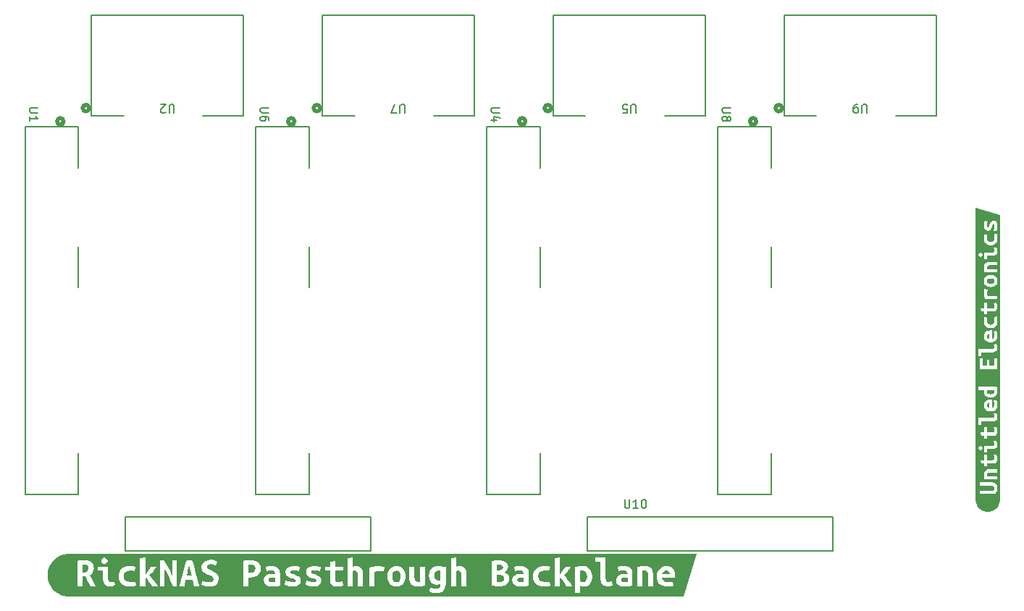
<source format=gbr>
%TF.GenerationSoftware,KiCad,Pcbnew,8.0.7*%
%TF.CreationDate,2025-02-18T10:18:35-06:00*%
%TF.ProjectId,RickNAS_4PortSATA,5269636b-4e41-4535-9f34-506f72745341,rev?*%
%TF.SameCoordinates,Original*%
%TF.FileFunction,Legend,Top*%
%TF.FilePolarity,Positive*%
%FSLAX46Y46*%
G04 Gerber Fmt 4.6, Leading zero omitted, Abs format (unit mm)*
G04 Created by KiCad (PCBNEW 8.0.7) date 2025-02-18 10:18:35*
%MOMM*%
%LPD*%
G01*
G04 APERTURE LIST*
%ADD10C,0.150000*%
%ADD11C,0.000000*%
%ADD12C,0.152400*%
%ADD13C,0.508000*%
G04 APERTURE END LIST*
D10*
X174145180Y-85138095D02*
X173335657Y-85138095D01*
X173335657Y-85138095D02*
X173240419Y-85185714D01*
X173240419Y-85185714D02*
X173192800Y-85233333D01*
X173192800Y-85233333D02*
X173145180Y-85328571D01*
X173145180Y-85328571D02*
X173145180Y-85519047D01*
X173145180Y-85519047D02*
X173192800Y-85614285D01*
X173192800Y-85614285D02*
X173240419Y-85661904D01*
X173240419Y-85661904D02*
X173335657Y-85709523D01*
X173335657Y-85709523D02*
X174145180Y-85709523D01*
X173716609Y-86328571D02*
X173764228Y-86233333D01*
X173764228Y-86233333D02*
X173811847Y-86185714D01*
X173811847Y-86185714D02*
X173907085Y-86138095D01*
X173907085Y-86138095D02*
X173954704Y-86138095D01*
X173954704Y-86138095D02*
X174049942Y-86185714D01*
X174049942Y-86185714D02*
X174097561Y-86233333D01*
X174097561Y-86233333D02*
X174145180Y-86328571D01*
X174145180Y-86328571D02*
X174145180Y-86519047D01*
X174145180Y-86519047D02*
X174097561Y-86614285D01*
X174097561Y-86614285D02*
X174049942Y-86661904D01*
X174049942Y-86661904D02*
X173954704Y-86709523D01*
X173954704Y-86709523D02*
X173907085Y-86709523D01*
X173907085Y-86709523D02*
X173811847Y-86661904D01*
X173811847Y-86661904D02*
X173764228Y-86614285D01*
X173764228Y-86614285D02*
X173716609Y-86519047D01*
X173716609Y-86519047D02*
X173716609Y-86328571D01*
X173716609Y-86328571D02*
X173668990Y-86233333D01*
X173668990Y-86233333D02*
X173621371Y-86185714D01*
X173621371Y-86185714D02*
X173526133Y-86138095D01*
X173526133Y-86138095D02*
X173335657Y-86138095D01*
X173335657Y-86138095D02*
X173240419Y-86185714D01*
X173240419Y-86185714D02*
X173192800Y-86233333D01*
X173192800Y-86233333D02*
X173145180Y-86328571D01*
X173145180Y-86328571D02*
X173145180Y-86519047D01*
X173145180Y-86519047D02*
X173192800Y-86614285D01*
X173192800Y-86614285D02*
X173240419Y-86661904D01*
X173240419Y-86661904D02*
X173335657Y-86709523D01*
X173335657Y-86709523D02*
X173526133Y-86709523D01*
X173526133Y-86709523D02*
X173621371Y-86661904D01*
X173621371Y-86661904D02*
X173668990Y-86614285D01*
X173668990Y-86614285D02*
X173716609Y-86519047D01*
X190061904Y-85723679D02*
X190061904Y-84914156D01*
X190061904Y-84914156D02*
X190014285Y-84818918D01*
X190014285Y-84818918D02*
X189966666Y-84771299D01*
X189966666Y-84771299D02*
X189871428Y-84723679D01*
X189871428Y-84723679D02*
X189680952Y-84723679D01*
X189680952Y-84723679D02*
X189585714Y-84771299D01*
X189585714Y-84771299D02*
X189538095Y-84818918D01*
X189538095Y-84818918D02*
X189490476Y-84914156D01*
X189490476Y-84914156D02*
X189490476Y-85723679D01*
X188966666Y-84723679D02*
X188776190Y-84723679D01*
X188776190Y-84723679D02*
X188680952Y-84771299D01*
X188680952Y-84771299D02*
X188633333Y-84818918D01*
X188633333Y-84818918D02*
X188538095Y-84961775D01*
X188538095Y-84961775D02*
X188490476Y-85152251D01*
X188490476Y-85152251D02*
X188490476Y-85533203D01*
X188490476Y-85533203D02*
X188538095Y-85628441D01*
X188538095Y-85628441D02*
X188585714Y-85676060D01*
X188585714Y-85676060D02*
X188680952Y-85723679D01*
X188680952Y-85723679D02*
X188871428Y-85723679D01*
X188871428Y-85723679D02*
X188966666Y-85676060D01*
X188966666Y-85676060D02*
X189014285Y-85628441D01*
X189014285Y-85628441D02*
X189061904Y-85533203D01*
X189061904Y-85533203D02*
X189061904Y-85295108D01*
X189061904Y-85295108D02*
X189014285Y-85199870D01*
X189014285Y-85199870D02*
X188966666Y-85152251D01*
X188966666Y-85152251D02*
X188871428Y-85104632D01*
X188871428Y-85104632D02*
X188680952Y-85104632D01*
X188680952Y-85104632D02*
X188585714Y-85152251D01*
X188585714Y-85152251D02*
X188538095Y-85199870D01*
X188538095Y-85199870D02*
X188490476Y-85295108D01*
X163061904Y-85723679D02*
X163061904Y-84914156D01*
X163061904Y-84914156D02*
X163014285Y-84818918D01*
X163014285Y-84818918D02*
X162966666Y-84771299D01*
X162966666Y-84771299D02*
X162871428Y-84723679D01*
X162871428Y-84723679D02*
X162680952Y-84723679D01*
X162680952Y-84723679D02*
X162585714Y-84771299D01*
X162585714Y-84771299D02*
X162538095Y-84818918D01*
X162538095Y-84818918D02*
X162490476Y-84914156D01*
X162490476Y-84914156D02*
X162490476Y-85723679D01*
X161538095Y-85723679D02*
X162014285Y-85723679D01*
X162014285Y-85723679D02*
X162061904Y-85247489D01*
X162061904Y-85247489D02*
X162014285Y-85295108D01*
X162014285Y-85295108D02*
X161919047Y-85342727D01*
X161919047Y-85342727D02*
X161680952Y-85342727D01*
X161680952Y-85342727D02*
X161585714Y-85295108D01*
X161585714Y-85295108D02*
X161538095Y-85247489D01*
X161538095Y-85247489D02*
X161490476Y-85152251D01*
X161490476Y-85152251D02*
X161490476Y-84914156D01*
X161490476Y-84914156D02*
X161538095Y-84818918D01*
X161538095Y-84818918D02*
X161585714Y-84771299D01*
X161585714Y-84771299D02*
X161680952Y-84723679D01*
X161680952Y-84723679D02*
X161919047Y-84723679D01*
X161919047Y-84723679D02*
X162014285Y-84771299D01*
X162014285Y-84771299D02*
X162061904Y-84818918D01*
X147145180Y-85138095D02*
X146335657Y-85138095D01*
X146335657Y-85138095D02*
X146240419Y-85185714D01*
X146240419Y-85185714D02*
X146192800Y-85233333D01*
X146192800Y-85233333D02*
X146145180Y-85328571D01*
X146145180Y-85328571D02*
X146145180Y-85519047D01*
X146145180Y-85519047D02*
X146192800Y-85614285D01*
X146192800Y-85614285D02*
X146240419Y-85661904D01*
X146240419Y-85661904D02*
X146335657Y-85709523D01*
X146335657Y-85709523D02*
X147145180Y-85709523D01*
X146811847Y-86614285D02*
X146145180Y-86614285D01*
X147192800Y-86376190D02*
X146478514Y-86138095D01*
X146478514Y-86138095D02*
X146478514Y-86757142D01*
X136061904Y-85723679D02*
X136061904Y-84914156D01*
X136061904Y-84914156D02*
X136014285Y-84818918D01*
X136014285Y-84818918D02*
X135966666Y-84771299D01*
X135966666Y-84771299D02*
X135871428Y-84723679D01*
X135871428Y-84723679D02*
X135680952Y-84723679D01*
X135680952Y-84723679D02*
X135585714Y-84771299D01*
X135585714Y-84771299D02*
X135538095Y-84818918D01*
X135538095Y-84818918D02*
X135490476Y-84914156D01*
X135490476Y-84914156D02*
X135490476Y-85723679D01*
X135109523Y-85723679D02*
X134442857Y-85723679D01*
X134442857Y-85723679D02*
X134871428Y-84723679D01*
X120145180Y-85138095D02*
X119335657Y-85138095D01*
X119335657Y-85138095D02*
X119240419Y-85185714D01*
X119240419Y-85185714D02*
X119192800Y-85233333D01*
X119192800Y-85233333D02*
X119145180Y-85328571D01*
X119145180Y-85328571D02*
X119145180Y-85519047D01*
X119145180Y-85519047D02*
X119192800Y-85614285D01*
X119192800Y-85614285D02*
X119240419Y-85661904D01*
X119240419Y-85661904D02*
X119335657Y-85709523D01*
X119335657Y-85709523D02*
X120145180Y-85709523D01*
X120145180Y-86614285D02*
X120145180Y-86423809D01*
X120145180Y-86423809D02*
X120097561Y-86328571D01*
X120097561Y-86328571D02*
X120049942Y-86280952D01*
X120049942Y-86280952D02*
X119907085Y-86185714D01*
X119907085Y-86185714D02*
X119716609Y-86138095D01*
X119716609Y-86138095D02*
X119335657Y-86138095D01*
X119335657Y-86138095D02*
X119240419Y-86185714D01*
X119240419Y-86185714D02*
X119192800Y-86233333D01*
X119192800Y-86233333D02*
X119145180Y-86328571D01*
X119145180Y-86328571D02*
X119145180Y-86519047D01*
X119145180Y-86519047D02*
X119192800Y-86614285D01*
X119192800Y-86614285D02*
X119240419Y-86661904D01*
X119240419Y-86661904D02*
X119335657Y-86709523D01*
X119335657Y-86709523D02*
X119573752Y-86709523D01*
X119573752Y-86709523D02*
X119668990Y-86661904D01*
X119668990Y-86661904D02*
X119716609Y-86614285D01*
X119716609Y-86614285D02*
X119764228Y-86519047D01*
X119764228Y-86519047D02*
X119764228Y-86328571D01*
X119764228Y-86328571D02*
X119716609Y-86233333D01*
X119716609Y-86233333D02*
X119668990Y-86185714D01*
X119668990Y-86185714D02*
X119573752Y-86138095D01*
X93145180Y-85138095D02*
X92335657Y-85138095D01*
X92335657Y-85138095D02*
X92240419Y-85185714D01*
X92240419Y-85185714D02*
X92192800Y-85233333D01*
X92192800Y-85233333D02*
X92145180Y-85328571D01*
X92145180Y-85328571D02*
X92145180Y-85519047D01*
X92145180Y-85519047D02*
X92192800Y-85614285D01*
X92192800Y-85614285D02*
X92240419Y-85661904D01*
X92240419Y-85661904D02*
X92335657Y-85709523D01*
X92335657Y-85709523D02*
X93145180Y-85709523D01*
X92145180Y-86709523D02*
X92145180Y-86138095D01*
X92145180Y-86423809D02*
X93145180Y-86423809D01*
X93145180Y-86423809D02*
X93002323Y-86328571D01*
X93002323Y-86328571D02*
X92907085Y-86233333D01*
X92907085Y-86233333D02*
X92859466Y-86138095D01*
X161741905Y-130954819D02*
X161741905Y-131764342D01*
X161741905Y-131764342D02*
X161789524Y-131859580D01*
X161789524Y-131859580D02*
X161837143Y-131907200D01*
X161837143Y-131907200D02*
X161932381Y-131954819D01*
X161932381Y-131954819D02*
X162122857Y-131954819D01*
X162122857Y-131954819D02*
X162218095Y-131907200D01*
X162218095Y-131907200D02*
X162265714Y-131859580D01*
X162265714Y-131859580D02*
X162313333Y-131764342D01*
X162313333Y-131764342D02*
X162313333Y-130954819D01*
X163313333Y-131954819D02*
X162741905Y-131954819D01*
X163027619Y-131954819D02*
X163027619Y-130954819D01*
X163027619Y-130954819D02*
X162932381Y-131097676D01*
X162932381Y-131097676D02*
X162837143Y-131192914D01*
X162837143Y-131192914D02*
X162741905Y-131240533D01*
X163932381Y-130954819D02*
X164027619Y-130954819D01*
X164027619Y-130954819D02*
X164122857Y-131002438D01*
X164122857Y-131002438D02*
X164170476Y-131050057D01*
X164170476Y-131050057D02*
X164218095Y-131145295D01*
X164218095Y-131145295D02*
X164265714Y-131335771D01*
X164265714Y-131335771D02*
X164265714Y-131573866D01*
X164265714Y-131573866D02*
X164218095Y-131764342D01*
X164218095Y-131764342D02*
X164170476Y-131859580D01*
X164170476Y-131859580D02*
X164122857Y-131907200D01*
X164122857Y-131907200D02*
X164027619Y-131954819D01*
X164027619Y-131954819D02*
X163932381Y-131954819D01*
X163932381Y-131954819D02*
X163837143Y-131907200D01*
X163837143Y-131907200D02*
X163789524Y-131859580D01*
X163789524Y-131859580D02*
X163741905Y-131764342D01*
X163741905Y-131764342D02*
X163694286Y-131573866D01*
X163694286Y-131573866D02*
X163694286Y-131335771D01*
X163694286Y-131335771D02*
X163741905Y-131145295D01*
X163741905Y-131145295D02*
X163789524Y-131050057D01*
X163789524Y-131050057D02*
X163837143Y-131002438D01*
X163837143Y-131002438D02*
X163932381Y-130954819D01*
X109061904Y-85723679D02*
X109061904Y-84914156D01*
X109061904Y-84914156D02*
X109014285Y-84818918D01*
X109014285Y-84818918D02*
X108966666Y-84771299D01*
X108966666Y-84771299D02*
X108871428Y-84723679D01*
X108871428Y-84723679D02*
X108680952Y-84723679D01*
X108680952Y-84723679D02*
X108585714Y-84771299D01*
X108585714Y-84771299D02*
X108538095Y-84818918D01*
X108538095Y-84818918D02*
X108490476Y-84914156D01*
X108490476Y-84914156D02*
X108490476Y-85723679D01*
X108061904Y-85628441D02*
X108014285Y-85676060D01*
X108014285Y-85676060D02*
X107919047Y-85723679D01*
X107919047Y-85723679D02*
X107680952Y-85723679D01*
X107680952Y-85723679D02*
X107585714Y-85676060D01*
X107585714Y-85676060D02*
X107538095Y-85628441D01*
X107538095Y-85628441D02*
X107490476Y-85533203D01*
X107490476Y-85533203D02*
X107490476Y-85437965D01*
X107490476Y-85437965D02*
X107538095Y-85295108D01*
X107538095Y-85295108D02*
X108109523Y-84723679D01*
X108109523Y-84723679D02*
X107490476Y-84723679D01*
D11*
%TO.C,kibuzzard-67B4AC4E*%
G36*
X205611416Y-100341949D02*
G01*
X205611416Y-101899300D01*
X205611416Y-103169090D01*
X205611416Y-105398492D01*
X205611416Y-107136780D01*
X205611416Y-108400108D01*
X205611416Y-110035003D01*
X205611416Y-111737749D01*
X205611416Y-113224017D01*
X205611416Y-115698977D01*
X205611416Y-118322563D01*
X205611416Y-119815293D01*
X205611416Y-121301562D01*
X205611416Y-122939688D01*
X205611416Y-124516424D01*
X205611416Y-126170705D01*
X205611416Y-127401723D01*
X205611416Y-129640819D01*
X205611416Y-130316101D01*
X205611416Y-130989230D01*
X205604620Y-131127573D01*
X205584296Y-131264584D01*
X205550641Y-131398942D01*
X205503979Y-131529356D01*
X205444758Y-131654567D01*
X205373550Y-131773371D01*
X205291040Y-131884623D01*
X205198022Y-131987252D01*
X205095393Y-132080269D01*
X204984141Y-132162780D01*
X204865337Y-132233988D01*
X204740126Y-132293209D01*
X204609713Y-132339871D01*
X204475354Y-132373526D01*
X204338343Y-132393850D01*
X204200000Y-132400646D01*
X204061657Y-132393850D01*
X203924646Y-132373526D01*
X203790287Y-132339871D01*
X203659874Y-132293209D01*
X203534663Y-132233988D01*
X203415859Y-132162780D01*
X203304607Y-132080269D01*
X203201978Y-131987252D01*
X203108960Y-131884623D01*
X203026450Y-131773371D01*
X202955242Y-131654567D01*
X202896021Y-131529356D01*
X202849359Y-131398942D01*
X202815704Y-131264584D01*
X202795380Y-131127573D01*
X202788584Y-130989230D01*
X202788584Y-130316101D01*
X202788584Y-128952612D01*
X203300162Y-128952612D01*
X203300162Y-129350027D01*
X204547334Y-129350027D01*
X204758966Y-129362951D01*
X204897900Y-129408185D01*
X204973829Y-129495423D01*
X204996446Y-129634356D01*
X204973829Y-129773290D01*
X204899515Y-129858912D01*
X204762197Y-129902531D01*
X204550565Y-129915455D01*
X203300162Y-129915455D01*
X203300162Y-130316101D01*
X204576414Y-130316101D01*
X204742811Y-130308024D01*
X204893053Y-130283791D01*
X205024717Y-130240172D01*
X205135380Y-130173936D01*
X205288853Y-129965536D01*
X205328837Y-129818928D01*
X205342165Y-129640819D01*
X205328837Y-129459882D01*
X205288853Y-129311255D01*
X205223829Y-129191707D01*
X205135380Y-129098008D01*
X205024717Y-129029348D01*
X204893053Y-128984922D01*
X204742811Y-128960689D01*
X204576414Y-128952612D01*
X203300162Y-128952612D01*
X202788584Y-128952612D01*
X202788584Y-128018848D01*
X203749273Y-128018848D01*
X203755735Y-128196150D01*
X203775121Y-128359720D01*
X203801777Y-128503904D01*
X203830048Y-128623048D01*
X205300162Y-128623048D01*
X205300162Y-128225633D01*
X204107916Y-128225633D01*
X204098223Y-128133549D01*
X204094992Y-128044696D01*
X204188691Y-127847604D01*
X204312278Y-127811255D01*
X204495638Y-127799138D01*
X205300162Y-127799138D01*
X205300162Y-127401723D01*
X204443942Y-127401723D01*
X204295719Y-127408993D01*
X204161228Y-127430802D01*
X203941519Y-127529348D01*
X203799354Y-127718363D01*
X203761793Y-127853258D01*
X203749273Y-128018848D01*
X202788584Y-128018848D01*
X202788584Y-126351642D01*
X203335703Y-126351642D01*
X203400323Y-126749058D01*
X203781583Y-126749058D01*
X203781583Y-127094777D01*
X204111147Y-127094777D01*
X204111147Y-126749058D01*
X204734733Y-126749058D01*
X204907189Y-126739365D01*
X205043296Y-126710285D01*
X205225848Y-126597200D01*
X205313086Y-126416263D01*
X205335703Y-126170705D01*
X205316317Y-125923533D01*
X205251696Y-125686053D01*
X204909208Y-125740980D01*
X204951212Y-125842757D01*
X204975444Y-125933226D01*
X204986753Y-126023694D01*
X204989984Y-126125471D01*
X204980291Y-126219171D01*
X204941519Y-126290253D01*
X204860743Y-126335487D01*
X204725040Y-126351642D01*
X204111147Y-126351642D01*
X204111147Y-125715132D01*
X203781583Y-125715132D01*
X203781583Y-126351642D01*
X203335703Y-126351642D01*
X202788584Y-126351642D01*
X202788584Y-125479268D01*
X203781583Y-125479268D01*
X204111147Y-125479268D01*
X204111147Y-125059235D01*
X204670113Y-125059235D01*
X204819548Y-125052773D01*
X204951212Y-125033387D01*
X205159612Y-124944534D01*
X205290468Y-124776521D01*
X205324394Y-124658993D01*
X205335703Y-124516424D01*
X205314701Y-124317717D01*
X205235541Y-124086699D01*
X204915670Y-124138395D01*
X204975444Y-124312870D01*
X204989984Y-124445342D01*
X204923748Y-124611739D01*
X204721809Y-124661820D01*
X203781583Y-124661820D01*
X203781583Y-124929995D01*
X203781583Y-125479268D01*
X202788584Y-125479268D01*
X202788584Y-124929995D01*
X203090145Y-124929995D01*
X203157997Y-125106085D01*
X203345396Y-125178783D01*
X203529564Y-125106085D01*
X203597415Y-124929995D01*
X203529564Y-124752289D01*
X203345396Y-124677975D01*
X203157997Y-124752289D01*
X203090145Y-124929995D01*
X202788584Y-124929995D01*
X202788584Y-123120625D01*
X203335703Y-123120625D01*
X203400323Y-123518040D01*
X203781583Y-123518040D01*
X203781583Y-123863759D01*
X204111147Y-123863759D01*
X204111147Y-123518040D01*
X204734733Y-123518040D01*
X204907189Y-123508347D01*
X205043296Y-123479268D01*
X205225848Y-123366182D01*
X205313086Y-123185245D01*
X205335703Y-122939688D01*
X205316317Y-122692515D01*
X205251696Y-122455035D01*
X204909208Y-122509962D01*
X204951212Y-122611739D01*
X204975444Y-122702208D01*
X204986753Y-122792676D01*
X204989984Y-122894453D01*
X204980291Y-122988153D01*
X204941519Y-123059235D01*
X204860743Y-123104470D01*
X204725040Y-123120625D01*
X204111147Y-123120625D01*
X204111147Y-122484114D01*
X203781583Y-122484114D01*
X203781583Y-123120625D01*
X203335703Y-123120625D01*
X202788584Y-123120625D01*
X202788584Y-121430802D01*
X203077221Y-121430802D01*
X203077221Y-122248250D01*
X203406785Y-122248250D01*
X203406785Y-121828218D01*
X204695961Y-121828218D01*
X204971809Y-121796715D01*
X205172536Y-121702208D01*
X205294911Y-121539041D01*
X205335703Y-121301562D01*
X205322779Y-121122240D01*
X205292084Y-120988153D01*
X205258158Y-120899300D01*
X205235541Y-120855681D01*
X204915670Y-120907377D01*
X204957674Y-121014001D01*
X204989984Y-121214324D01*
X204935057Y-121369413D01*
X204725040Y-121430802D01*
X203077221Y-121430802D01*
X202788584Y-121430802D01*
X202788584Y-119931610D01*
X203742811Y-119931610D01*
X203755735Y-120065697D01*
X203794507Y-120196554D01*
X203858724Y-120318525D01*
X203947981Y-120425956D01*
X204062278Y-120516424D01*
X204201616Y-120587507D01*
X204365590Y-120633549D01*
X204553796Y-120648896D01*
X204735541Y-120634356D01*
X204893053Y-120590738D01*
X205026737Y-120520059D01*
X205136995Y-120424340D01*
X205223425Y-120304793D01*
X205285622Y-120162628D01*
X205323183Y-119999058D01*
X205335703Y-119815293D01*
X205311470Y-119553581D01*
X205251696Y-119333872D01*
X204912439Y-119388799D01*
X204964136Y-119571352D01*
X204989984Y-119799138D01*
X204968578Y-119975229D01*
X204904362Y-120115778D01*
X204802989Y-120207862D01*
X204670113Y-120238557D01*
X204670113Y-119253096D01*
X204602262Y-119248250D01*
X204521486Y-119246634D01*
X204287596Y-119266020D01*
X204094274Y-119324179D01*
X203941519Y-119421109D01*
X203831125Y-119555376D01*
X203764890Y-119725543D01*
X203742811Y-119931610D01*
X202788584Y-119931610D01*
X202788584Y-117744211D01*
X203057835Y-117744211D01*
X203125687Y-118141626D01*
X203817124Y-118141626D01*
X203767044Y-118277329D01*
X203749273Y-118435649D01*
X203773147Y-118619637D01*
X203844768Y-118770957D01*
X203964136Y-118889607D01*
X204124789Y-118974870D01*
X204320266Y-119026028D01*
X204550565Y-119043080D01*
X204776737Y-119022797D01*
X204968444Y-118961946D01*
X205125687Y-118860528D01*
X205242362Y-118719619D01*
X205312368Y-118540298D01*
X205335703Y-118322563D01*
X205330048Y-118169090D01*
X205313086Y-118012386D01*
X205287237Y-117866182D01*
X205254927Y-117744211D01*
X203057835Y-117744211D01*
X202788584Y-117744211D01*
X202788584Y-114487345D01*
X203300162Y-114487345D01*
X203300162Y-115698977D01*
X205300162Y-115698977D01*
X205300162Y-114416263D01*
X204970598Y-114416263D01*
X204970598Y-115301562D01*
X204408401Y-115301562D01*
X204408401Y-114593969D01*
X204078837Y-114593969D01*
X204078837Y-115301562D01*
X203629725Y-115301562D01*
X203629725Y-114487345D01*
X203300162Y-114487345D01*
X202788584Y-114487345D01*
X202788584Y-113353258D01*
X203077221Y-113353258D01*
X203077221Y-114170705D01*
X203406785Y-114170705D01*
X203406785Y-113750673D01*
X204695961Y-113750673D01*
X204971809Y-113719171D01*
X205172536Y-113624663D01*
X205294911Y-113461497D01*
X205335703Y-113224017D01*
X205322779Y-113044696D01*
X205292084Y-112910609D01*
X205258158Y-112821756D01*
X205235541Y-112778137D01*
X204915670Y-112829833D01*
X204957674Y-112936457D01*
X204989984Y-113136780D01*
X204935057Y-113291869D01*
X204725040Y-113353258D01*
X203077221Y-113353258D01*
X202788584Y-113353258D01*
X202788584Y-111854066D01*
X203742811Y-111854066D01*
X203755735Y-111988153D01*
X203794507Y-112119009D01*
X203858724Y-112240980D01*
X203947981Y-112348411D01*
X204062278Y-112438880D01*
X204201616Y-112509962D01*
X204365590Y-112556004D01*
X204553796Y-112571352D01*
X204735541Y-112556812D01*
X204893053Y-112513193D01*
X205026737Y-112442515D01*
X205136995Y-112346796D01*
X205223425Y-112227248D01*
X205285622Y-112085083D01*
X205323183Y-111921513D01*
X205335703Y-111737749D01*
X205311470Y-111476037D01*
X205251696Y-111256327D01*
X204912439Y-111311255D01*
X204964136Y-111493807D01*
X204989984Y-111721594D01*
X204968578Y-111897684D01*
X204904362Y-112038234D01*
X204802989Y-112130318D01*
X204670113Y-112161012D01*
X204670113Y-111175552D01*
X204602262Y-111170705D01*
X204521486Y-111169090D01*
X204287596Y-111188476D01*
X204094274Y-111246634D01*
X203941519Y-111343565D01*
X203831125Y-111477832D01*
X203764890Y-111647999D01*
X203742811Y-111854066D01*
X202788584Y-111854066D01*
X202788584Y-110044696D01*
X203742811Y-110044696D01*
X203758562Y-110255116D01*
X203805816Y-110434033D01*
X203880129Y-110583064D01*
X203977060Y-110703823D01*
X204094588Y-110796715D01*
X204230695Y-110862143D01*
X204380937Y-110900915D01*
X204540872Y-110913840D01*
X204703231Y-110901319D01*
X204854281Y-110863759D01*
X204989984Y-110799542D01*
X205106300Y-110707054D01*
X205201616Y-110585487D01*
X205274313Y-110434033D01*
X205320355Y-110251077D01*
X205335703Y-110035003D01*
X205330452Y-109883953D01*
X205314701Y-109753904D01*
X205261389Y-109550350D01*
X204935057Y-109608508D01*
X204977060Y-109794292D01*
X204989984Y-109989768D01*
X204960097Y-110232499D01*
X204870436Y-110392030D01*
X204728271Y-110480479D01*
X204540872Y-110509962D01*
X204359935Y-110484114D01*
X204216155Y-110400108D01*
X204122456Y-110246634D01*
X204088530Y-110009155D01*
X204106300Y-109807216D01*
X204146688Y-109663436D01*
X203826817Y-109576198D01*
X203762197Y-109799138D01*
X203742811Y-110044696D01*
X202788584Y-110044696D01*
X202788584Y-108581045D01*
X203335703Y-108581045D01*
X203400323Y-108978460D01*
X203781583Y-108978460D01*
X203781583Y-109324179D01*
X204111147Y-109324179D01*
X204111147Y-108978460D01*
X204734733Y-108978460D01*
X204907189Y-108968767D01*
X205043296Y-108939688D01*
X205225848Y-108826602D01*
X205313086Y-108645665D01*
X205335703Y-108400108D01*
X205316317Y-108152935D01*
X205251696Y-107915455D01*
X204909208Y-107970382D01*
X204951212Y-108072159D01*
X204975444Y-108162628D01*
X204986753Y-108253096D01*
X204989984Y-108354873D01*
X204980291Y-108448573D01*
X204941519Y-108519655D01*
X204860743Y-108564890D01*
X204725040Y-108581045D01*
X204111147Y-108581045D01*
X204111147Y-107944534D01*
X203781583Y-107944534D01*
X203781583Y-108581045D01*
X203335703Y-108581045D01*
X202788584Y-108581045D01*
X202788584Y-106823371D01*
X203752504Y-106823371D01*
X203761389Y-107032176D01*
X203788045Y-107212709D01*
X203829241Y-107377087D01*
X203881745Y-107537426D01*
X205300162Y-107537426D01*
X205300162Y-107136780D01*
X204172536Y-107136780D01*
X204141842Y-106971998D01*
X204133764Y-106807216D01*
X204136995Y-106719978D01*
X204148304Y-106613355D01*
X204166074Y-106505116D01*
X204185460Y-106413032D01*
X203817124Y-106341949D01*
X203786430Y-106466344D01*
X203767044Y-106603662D01*
X203755735Y-106731287D01*
X203752504Y-106823371D01*
X202788584Y-106823371D01*
X202788584Y-105398492D01*
X203742811Y-105398492D01*
X203756947Y-105547927D01*
X203799354Y-105686053D01*
X203868013Y-105809235D01*
X203960905Y-105913840D01*
X204076414Y-105998654D01*
X204212924Y-106062466D01*
X204367609Y-106102450D01*
X204537641Y-106115778D01*
X204710097Y-106102854D01*
X204865590Y-106064082D01*
X205002504Y-106001481D01*
X205119225Y-105917071D01*
X205213732Y-105812870D01*
X205284006Y-105690899D01*
X205327625Y-105552369D01*
X205342165Y-105398492D01*
X205327625Y-105244615D01*
X205284006Y-105106085D01*
X205213732Y-104984518D01*
X205119225Y-104881529D01*
X205002504Y-104798331D01*
X204865590Y-104736134D01*
X204710097Y-104697361D01*
X204537641Y-104684437D01*
X204367609Y-104697361D01*
X204212924Y-104736134D01*
X204076414Y-104798735D01*
X203960905Y-104883145D01*
X203868013Y-104987345D01*
X203799354Y-105109316D01*
X203756947Y-105247038D01*
X203742811Y-105398492D01*
X202788584Y-105398492D01*
X202788584Y-103786214D01*
X203749273Y-103786214D01*
X203755735Y-103963516D01*
X203775121Y-104127087D01*
X203801777Y-104271271D01*
X203830048Y-104390415D01*
X205300162Y-104390415D01*
X205300162Y-103992999D01*
X204107916Y-103992999D01*
X204098223Y-103900915D01*
X204094992Y-103812062D01*
X204188691Y-103614970D01*
X204312278Y-103578621D01*
X204495638Y-103566505D01*
X205300162Y-103566505D01*
X205300162Y-103169090D01*
X204443942Y-103169090D01*
X204295719Y-103176360D01*
X204161228Y-103198169D01*
X203941519Y-103296715D01*
X203799354Y-103485730D01*
X203761793Y-103620625D01*
X203749273Y-103786214D01*
X202788584Y-103786214D01*
X202788584Y-102862143D01*
X203781583Y-102862143D01*
X204111147Y-102862143D01*
X204111147Y-102442111D01*
X204670113Y-102442111D01*
X204819548Y-102435649D01*
X204951212Y-102416263D01*
X205159612Y-102327410D01*
X205290468Y-102159397D01*
X205324394Y-102041869D01*
X205335703Y-101899300D01*
X205314701Y-101700592D01*
X205235541Y-101469575D01*
X204915670Y-101521271D01*
X204975444Y-101695746D01*
X204989984Y-101828218D01*
X204923748Y-101994615D01*
X204721809Y-102044696D01*
X203781583Y-102044696D01*
X203781583Y-102312870D01*
X203781583Y-102862143D01*
X202788584Y-102862143D01*
X202788584Y-102312870D01*
X203090145Y-102312870D01*
X203157997Y-102488961D01*
X203345396Y-102561659D01*
X203529564Y-102488961D01*
X203597415Y-102312870D01*
X203529564Y-102135164D01*
X203345396Y-102060851D01*
X203157997Y-102135164D01*
X203090145Y-102312870D01*
X202788584Y-102312870D01*
X202788584Y-100351642D01*
X203742811Y-100351642D01*
X203758562Y-100562062D01*
X203805816Y-100740980D01*
X203880129Y-100890011D01*
X203977060Y-101010770D01*
X204094588Y-101103662D01*
X204230695Y-101169090D01*
X204380937Y-101207862D01*
X204540872Y-101220786D01*
X204703231Y-101208266D01*
X204854281Y-101170705D01*
X204989984Y-101106489D01*
X205106300Y-101014001D01*
X205201616Y-100892434D01*
X205274313Y-100740980D01*
X205320355Y-100558024D01*
X205335703Y-100341949D01*
X205330452Y-100190899D01*
X205314701Y-100060851D01*
X205261389Y-99857297D01*
X204935057Y-99915455D01*
X204977060Y-100101239D01*
X204989984Y-100296715D01*
X204960097Y-100539445D01*
X204870436Y-100698977D01*
X204728271Y-100787426D01*
X204540872Y-100816909D01*
X204359935Y-100791061D01*
X204216155Y-100707054D01*
X204122456Y-100553581D01*
X204088530Y-100316101D01*
X204106300Y-100114163D01*
X204146688Y-99970382D01*
X203826817Y-99883145D01*
X203762197Y-100106085D01*
X203742811Y-100351642D01*
X202788584Y-100351642D01*
X202788584Y-98884760D01*
X203742811Y-98884760D01*
X203752100Y-99043888D01*
X203779968Y-99178783D01*
X203883360Y-99380722D01*
X204035218Y-99497038D01*
X204217771Y-99534195D01*
X204416478Y-99485730D01*
X204547334Y-99362951D01*
X204632956Y-99198169D01*
X204692730Y-99020463D01*
X204731502Y-98902531D01*
X204771890Y-98802369D01*
X204821971Y-98734518D01*
X204893053Y-98710285D01*
X204978675Y-98787830D01*
X204999677Y-99010770D01*
X204960905Y-99270867D01*
X204876898Y-99511578D01*
X205209693Y-99572967D01*
X205290468Y-99350027D01*
X205324394Y-99196554D01*
X205335703Y-99014001D01*
X205326817Y-98835487D01*
X205300162Y-98687668D01*
X205203231Y-98472806D01*
X205057835Y-98354873D01*
X204880129Y-98319332D01*
X204678191Y-98367798D01*
X204542488Y-98492192D01*
X204453635Y-98661820D01*
X204389015Y-98842757D01*
X204348627Y-98957458D01*
X204305008Y-99051158D01*
X204254927Y-99115778D01*
X204191922Y-99140011D01*
X204112763Y-99086699D01*
X204075606Y-98881529D01*
X204112763Y-98619817D01*
X204166074Y-98448573D01*
X203830048Y-98387184D01*
X203765428Y-98608508D01*
X203748465Y-98741384D01*
X203742811Y-98884760D01*
X202788584Y-98884760D01*
X202788584Y-98319332D01*
X202788584Y-97646204D01*
X202788584Y-96799354D01*
X205611416Y-97646204D01*
X205611416Y-98319332D01*
X205611416Y-99014001D01*
X205611416Y-100341949D01*
G37*
G36*
X204725040Y-105111335D02*
G01*
X204870436Y-105170705D01*
X204964943Y-105268848D01*
X204996446Y-105404954D01*
X204964943Y-105544292D01*
X204870436Y-105639203D01*
X204725040Y-105693726D01*
X204540872Y-105711901D01*
X204357108Y-105692111D01*
X204212924Y-105632741D01*
X204119628Y-105534599D01*
X204088530Y-105398492D01*
X204119628Y-105259155D01*
X204212924Y-105164243D01*
X204357108Y-105109720D01*
X204540872Y-105091546D01*
X204725040Y-105111335D01*
G37*
G36*
X204989984Y-118228864D02*
G01*
X204993215Y-118319332D01*
X204960905Y-118464324D01*
X204863974Y-118563274D01*
X204716155Y-118620221D01*
X204531179Y-118639203D01*
X204342973Y-118623048D01*
X204204847Y-118574583D01*
X204120032Y-118490576D01*
X204091761Y-118367798D01*
X204109532Y-118245019D01*
X204153150Y-118141626D01*
X204980291Y-118141626D01*
X204989984Y-118228864D01*
G37*
G36*
X204395477Y-120238557D02*
G01*
X204275929Y-120211093D01*
X204172536Y-120152935D01*
X204101454Y-120059235D01*
X204075606Y-119925148D01*
X204103069Y-119789445D01*
X204175767Y-119698977D01*
X204277544Y-119647281D01*
X204395477Y-119631125D01*
X204395477Y-120238557D01*
G37*
G36*
X204395477Y-112161012D02*
G01*
X204275929Y-112133549D01*
X204172536Y-112075390D01*
X204101454Y-111981691D01*
X204075606Y-111847604D01*
X204103069Y-111711901D01*
X204175767Y-111621432D01*
X204277544Y-111569736D01*
X204395477Y-111553581D01*
X204395477Y-112161012D01*
G37*
%TO.C,kibuzzard-67B4AC38*%
G36*
X168629887Y-142292730D02*
G01*
X167620194Y-142292730D01*
X166767205Y-142292730D01*
X165080614Y-142292730D01*
X161692892Y-142292730D01*
X159691276Y-142292730D01*
X156574960Y-142292730D01*
X155610501Y-142292730D01*
X152358481Y-142292730D01*
X149576575Y-142292730D01*
X147075767Y-142292730D01*
X141439257Y-142292730D01*
X139699354Y-142292730D01*
X137499031Y-142292730D01*
X135080614Y-142292730D01*
X132473183Y-142292730D01*
X129322940Y-142292730D01*
X128154927Y-142292730D01*
X125271244Y-142292730D01*
X122847981Y-142292730D01*
X120497415Y-142292730D01*
X117759128Y-142292730D01*
X113179160Y-142292730D01*
X111371405Y-142292730D01*
X108928756Y-142292730D01*
X107145234Y-142292730D01*
X103893215Y-142292730D01*
X101557189Y-142292730D01*
X99885137Y-142292730D01*
X97776898Y-142292730D01*
X96767205Y-142292730D01*
X96522875Y-142280727D01*
X96280898Y-142244833D01*
X96043604Y-142185394D01*
X95813279Y-142102982D01*
X95592140Y-141998392D01*
X95382318Y-141872629D01*
X95185834Y-141726907D01*
X95004579Y-141562626D01*
X94840299Y-141381371D01*
X94694576Y-141184887D01*
X94568813Y-140975065D01*
X94464223Y-140753927D01*
X94381811Y-140523601D01*
X94322372Y-140286308D01*
X94286478Y-140044330D01*
X94274475Y-139800000D01*
X94286478Y-139555670D01*
X94322372Y-139313692D01*
X94381811Y-139076399D01*
X94464223Y-138846073D01*
X94568813Y-138624935D01*
X94694576Y-138415113D01*
X94840299Y-138218629D01*
X94931273Y-138118255D01*
X97776898Y-138118255D01*
X97776898Y-141074637D01*
X98373021Y-141074637D01*
X98373021Y-139969628D01*
X98683199Y-139969628D01*
X98847375Y-140244063D01*
X99000646Y-140514863D01*
X99139378Y-140789297D01*
X99259935Y-141074637D01*
X99885137Y-141074637D01*
X99747011Y-140757189D01*
X99579806Y-140422779D01*
X99400485Y-140102908D01*
X99226010Y-139824233D01*
X99438045Y-139687318D01*
X99579806Y-139499515D01*
X99659774Y-139274152D01*
X99686430Y-139024556D01*
X99667106Y-138796769D01*
X100112924Y-138796769D01*
X100112924Y-139291115D01*
X100742973Y-139291115D01*
X100742973Y-140129564D01*
X100752666Y-140353716D01*
X100781745Y-140551212D01*
X100915024Y-140863813D01*
X101167044Y-141060097D01*
X101343336Y-141110985D01*
X101557189Y-141127948D01*
X101855250Y-141096446D01*
X102201777Y-140977706D01*
X102124233Y-140497900D01*
X101862520Y-140587561D01*
X101663813Y-140609370D01*
X101414216Y-140510016D01*
X101339095Y-140207108D01*
X101339095Y-139935703D01*
X102574960Y-139935703D01*
X102593740Y-140179241D01*
X102650081Y-140405816D01*
X102746405Y-140609370D01*
X102885137Y-140783845D01*
X103067488Y-140926817D01*
X103294669Y-141035864D01*
X103569103Y-141104927D01*
X103893215Y-141127948D01*
X104119790Y-141120073D01*
X104314863Y-141096446D01*
X104620194Y-141016478D01*
X104532956Y-140526979D01*
X104254281Y-140589984D01*
X103961066Y-140609370D01*
X103596971Y-140564540D01*
X103357674Y-140430048D01*
X103225000Y-140216801D01*
X103180775Y-139935703D01*
X103219548Y-139664297D01*
X103345557Y-139448627D01*
X103575767Y-139308078D01*
X103931987Y-139257189D01*
X104234895Y-139283845D01*
X104450565Y-139344426D01*
X104581422Y-138864620D01*
X104247011Y-138767690D01*
X103878675Y-138738611D01*
X103563045Y-138762237D01*
X103294669Y-138833118D01*
X103071123Y-138944588D01*
X102889984Y-139089984D01*
X102750646Y-139266276D01*
X102652504Y-139470436D01*
X102594346Y-139695800D01*
X102574960Y-139935703D01*
X101339095Y-139935703D01*
X101339095Y-138796769D01*
X100936834Y-138796769D01*
X100112924Y-138796769D01*
X99667106Y-138796769D01*
X99666438Y-138788893D01*
X99606462Y-138585945D01*
X99376252Y-138278191D01*
X99211470Y-138172779D01*
X99132019Y-138142488D01*
X100563651Y-138142488D01*
X100672698Y-138418740D01*
X100936834Y-138520517D01*
X101203393Y-138418740D01*
X101314863Y-138142488D01*
X101203393Y-137861389D01*
X101076461Y-137812924D01*
X105090307Y-137812924D01*
X105090307Y-141074637D01*
X105691276Y-141074637D01*
X105691276Y-139998708D01*
X105892407Y-140219225D01*
X106108078Y-140500323D01*
X106309208Y-140800808D01*
X106461874Y-141074637D01*
X107145234Y-141074637D01*
X107431179Y-141074637D01*
X107969144Y-141074637D01*
X107969144Y-139082714D01*
X108149273Y-139415240D01*
X108321325Y-139747227D01*
X108485299Y-140078675D01*
X108641195Y-140410124D01*
X108789015Y-140742111D01*
X108928756Y-141074637D01*
X109408562Y-141074637D01*
X109675121Y-141074637D01*
X110295477Y-141074637D01*
X110431179Y-140381583D01*
X111230856Y-140381583D01*
X111371405Y-141074637D01*
X112011147Y-141074637D01*
X111972405Y-140909855D01*
X112248627Y-140909855D01*
X112583037Y-141057674D01*
X112843538Y-141117649D01*
X113179160Y-141137641D01*
X113519225Y-141112062D01*
X113796284Y-141035326D01*
X114010339Y-140907431D01*
X114215711Y-140629362D01*
X114284168Y-140255574D01*
X114263570Y-140029604D01*
X114201777Y-139846042D01*
X113990953Y-139574637D01*
X113709855Y-139400162D01*
X113416640Y-139281422D01*
X113230048Y-139208724D01*
X113060420Y-139119063D01*
X112936834Y-139002746D01*
X112888368Y-138850081D01*
X112941142Y-138658912D01*
X113099461Y-138544211D01*
X113363328Y-138505977D01*
X113705008Y-138554443D01*
X113973990Y-138670759D01*
X114148465Y-138210339D01*
X113909482Y-138113409D01*
X117163005Y-138113409D01*
X117163005Y-141074637D01*
X117759128Y-141074637D01*
X117759128Y-140376737D01*
X119537803Y-140376737D01*
X119605654Y-140728110D01*
X119799515Y-140960743D01*
X120102423Y-141089176D01*
X120497415Y-141127948D01*
X120801535Y-141118255D01*
X121074152Y-141089176D01*
X121461874Y-141021325D01*
X121461874Y-140938934D01*
X122009531Y-140938934D01*
X122343942Y-141060097D01*
X122574152Y-141110985D01*
X122847981Y-141127948D01*
X123115751Y-141114620D01*
X123337480Y-141074637D01*
X123638288Y-140938934D01*
X124432795Y-140938934D01*
X124767205Y-141060097D01*
X124997415Y-141110985D01*
X125271244Y-141127948D01*
X125539015Y-141114620D01*
X125760743Y-141074637D01*
X126083037Y-140929241D01*
X126259935Y-140711147D01*
X126313247Y-140444588D01*
X126240549Y-140141680D01*
X126053958Y-139938126D01*
X125799515Y-139804847D01*
X125528110Y-139707916D01*
X125356058Y-139647334D01*
X125215509Y-139581906D01*
X125118578Y-139506785D01*
X125082229Y-139412278D01*
X125162197Y-139293538D01*
X125469952Y-139237803D01*
X125862520Y-139293538D01*
X126119386Y-139373506D01*
X126211470Y-138869467D01*
X125962481Y-138796769D01*
X126768821Y-138796769D01*
X126768821Y-139291115D01*
X127287399Y-139291115D01*
X127287399Y-140226494D01*
X127301939Y-140485178D01*
X127345557Y-140689338D01*
X127515186Y-140963166D01*
X127786591Y-141094023D01*
X128154927Y-141127948D01*
X128525687Y-141098869D01*
X128881906Y-141001939D01*
X128799515Y-140488207D01*
X128646850Y-140551212D01*
X128511147Y-140587561D01*
X128375444Y-140604523D01*
X128222779Y-140609370D01*
X128082229Y-140594830D01*
X127975606Y-140536672D01*
X127907754Y-140415509D01*
X127883522Y-140211955D01*
X127883522Y-139291115D01*
X128838288Y-139291115D01*
X128838288Y-138796769D01*
X127883522Y-138796769D01*
X127883522Y-138127948D01*
X127287399Y-138224879D01*
X127287399Y-138796769D01*
X126768821Y-138796769D01*
X125962481Y-138796769D01*
X125879483Y-138772536D01*
X125680170Y-138747092D01*
X125465105Y-138738611D01*
X125226414Y-138752544D01*
X125024071Y-138794346D01*
X124721163Y-138949435D01*
X124546688Y-139177221D01*
X124490953Y-139451050D01*
X124563651Y-139749111D01*
X124747819Y-139945396D01*
X124994992Y-140073829D01*
X125261551Y-140163489D01*
X125438449Y-140221648D01*
X125588691Y-140282229D01*
X125690468Y-140357351D01*
X125726817Y-140463974D01*
X125610501Y-140592407D01*
X125276090Y-140623910D01*
X124885945Y-140565751D01*
X124524879Y-140439742D01*
X124432795Y-140938934D01*
X123638288Y-140938934D01*
X123659774Y-140929241D01*
X123836672Y-140711147D01*
X123889984Y-140444588D01*
X123817286Y-140141680D01*
X123630695Y-139938126D01*
X123376252Y-139804847D01*
X123104847Y-139707916D01*
X122932795Y-139647334D01*
X122792246Y-139581906D01*
X122695315Y-139506785D01*
X122658966Y-139412278D01*
X122738934Y-139293538D01*
X123046688Y-139237803D01*
X123439257Y-139293538D01*
X123696123Y-139373506D01*
X123788207Y-138869467D01*
X123456220Y-138772536D01*
X123256906Y-138747092D01*
X123041842Y-138738611D01*
X122803150Y-138752544D01*
X122600808Y-138794346D01*
X122297900Y-138949435D01*
X122123425Y-139177221D01*
X122067690Y-139451050D01*
X122140388Y-139749111D01*
X122324556Y-139945396D01*
X122571729Y-140073829D01*
X122838288Y-140163489D01*
X123015186Y-140221648D01*
X123165428Y-140282229D01*
X123267205Y-140357351D01*
X123303554Y-140463974D01*
X123187237Y-140592407D01*
X122852827Y-140623910D01*
X122462682Y-140565751D01*
X122101615Y-140439742D01*
X122009531Y-140938934D01*
X121461874Y-140938934D01*
X121461874Y-139664297D01*
X121413409Y-139278998D01*
X121253473Y-138988207D01*
X120955412Y-138804039D01*
X120745194Y-138754968D01*
X120487722Y-138738611D01*
X120273263Y-138746486D01*
X120066074Y-138770113D01*
X119751050Y-138840388D01*
X119833441Y-139320194D01*
X120087884Y-139262036D01*
X120415024Y-139237803D01*
X120637964Y-139266276D01*
X120783360Y-139351696D01*
X120889984Y-139635218D01*
X120889984Y-139707916D01*
X120697334Y-139678837D01*
X120478029Y-139669144D01*
X120124233Y-139705493D01*
X119823748Y-139824233D01*
X119615347Y-140042326D01*
X119537803Y-140376737D01*
X117759128Y-140376737D01*
X117759128Y-140061712D01*
X117972375Y-140061712D01*
X118330749Y-140035057D01*
X118630425Y-139955089D01*
X118871405Y-139821809D01*
X119047765Y-139628756D01*
X119153581Y-139369467D01*
X119188853Y-139043942D01*
X119153850Y-138721648D01*
X119048842Y-138465590D01*
X118873829Y-138275767D01*
X118635272Y-138145180D01*
X118339634Y-138066828D01*
X117986914Y-138040711D01*
X117797900Y-138045557D01*
X117579806Y-138057674D01*
X117359289Y-138079483D01*
X117163005Y-138113409D01*
X113909482Y-138113409D01*
X113801939Y-138069790D01*
X113578393Y-138022536D01*
X113319709Y-138006785D01*
X113022725Y-138033172D01*
X112771513Y-138112332D01*
X112566074Y-138244265D01*
X112360703Y-138527787D01*
X112292246Y-138903393D01*
X112369790Y-139259612D01*
X112566074Y-139499515D01*
X112830210Y-139659451D01*
X113111309Y-139770921D01*
X113314863Y-139855735D01*
X113499031Y-139957512D01*
X113634733Y-140085945D01*
X113688045Y-140250727D01*
X113666236Y-140393700D01*
X113586268Y-140519709D01*
X113428756Y-140606947D01*
X113179160Y-140638449D01*
X112937439Y-140621486D01*
X112735703Y-140570598D01*
X112423102Y-140425202D01*
X112248627Y-140909855D01*
X111972405Y-140909855D01*
X111931179Y-140734507D01*
X111850242Y-140404265D01*
X111768336Y-140083910D01*
X111685460Y-139773441D01*
X111601615Y-139472859D01*
X111496052Y-139108310D01*
X111390186Y-138753756D01*
X111284017Y-138409198D01*
X111177544Y-138074637D01*
X110528110Y-138074637D01*
X110425424Y-138406472D01*
X110320921Y-138747698D01*
X110214600Y-139098314D01*
X110106462Y-139458320D01*
X110019418Y-139756381D01*
X109932763Y-140067044D01*
X109846494Y-140390307D01*
X109760614Y-140726171D01*
X109675121Y-141074637D01*
X109408562Y-141074637D01*
X109408562Y-138074637D01*
X108870598Y-138074637D01*
X108870598Y-139921163D01*
X108785178Y-139732149D01*
X108684006Y-139514055D01*
X108570113Y-139277787D01*
X108446527Y-139034249D01*
X108316276Y-138786470D01*
X108182391Y-138537480D01*
X108046688Y-138296971D01*
X107910985Y-138074637D01*
X107431179Y-138074637D01*
X107431179Y-141074637D01*
X107145234Y-141074637D01*
X106963489Y-140764459D01*
X106844144Y-140589984D01*
X106713893Y-140415509D01*
X106576979Y-140244063D01*
X106437641Y-140078675D01*
X106175929Y-139800000D01*
X106391599Y-139567367D01*
X106629079Y-139305654D01*
X106859289Y-139039095D01*
X107057997Y-138796769D01*
X106340711Y-138796769D01*
X106205008Y-139012439D01*
X106042649Y-139247496D01*
X105868174Y-139482553D01*
X105691276Y-139698223D01*
X105691276Y-137812924D01*
X129322940Y-137812924D01*
X129322940Y-141074637D01*
X129919063Y-141074637D01*
X129919063Y-139320194D01*
X130047496Y-139286268D01*
X130209855Y-139266882D01*
X130486107Y-139407431D01*
X130540630Y-139592811D01*
X130558805Y-139867851D01*
X130558805Y-141074637D01*
X131154927Y-141074637D01*
X131154927Y-139790307D01*
X131144023Y-139567973D01*
X131111309Y-139366236D01*
X130965913Y-139036672D01*
X130851799Y-138947011D01*
X131872213Y-138947011D01*
X131872213Y-141074637D01*
X132473183Y-141074637D01*
X132473183Y-139930856D01*
X134004685Y-139930856D01*
X134024071Y-140189540D01*
X134082229Y-140422779D01*
X134176131Y-140628150D01*
X134302746Y-140803231D01*
X134459047Y-140944992D01*
X134642003Y-141050404D01*
X134849798Y-141115832D01*
X135080614Y-141137641D01*
X135311430Y-141115832D01*
X135519225Y-141050404D01*
X135701575Y-140944992D01*
X135856058Y-140803231D01*
X135980856Y-140628150D01*
X136074152Y-140422779D01*
X136132310Y-140189540D01*
X136141526Y-140066559D01*
X136573344Y-140066559D01*
X136583037Y-140289499D01*
X136612116Y-140493053D01*
X136755089Y-140829887D01*
X137038611Y-141050404D01*
X137243376Y-141108562D01*
X137499031Y-141127948D01*
X137764984Y-141117044D01*
X138010339Y-141084330D01*
X138227827Y-141040711D01*
X138410178Y-140997092D01*
X138410178Y-139863005D01*
X138870598Y-139863005D01*
X138896177Y-140171567D01*
X138972913Y-140431664D01*
X139100808Y-140643296D01*
X139278244Y-140799461D01*
X139503608Y-140893161D01*
X139776898Y-140924394D01*
X140002262Y-140900162D01*
X140232472Y-140827464D01*
X140232472Y-140919548D01*
X140208239Y-141101292D01*
X140125848Y-141249111D01*
X139965913Y-141348465D01*
X139709047Y-141384814D01*
X139321325Y-141338772D01*
X139025687Y-141239418D01*
X138914216Y-141743457D01*
X139289822Y-141845234D01*
X139490347Y-141877948D01*
X139699354Y-141888853D01*
X140060420Y-141859235D01*
X140348788Y-141770382D01*
X140564459Y-141622294D01*
X140713893Y-141412278D01*
X140803554Y-141137641D01*
X140833441Y-140798384D01*
X140833441Y-138869467D01*
X140549650Y-138802154D01*
X140279860Y-138761766D01*
X140024071Y-138748304D01*
X139693430Y-138778998D01*
X139412332Y-138871082D01*
X139180775Y-139024556D01*
X139008454Y-139240495D01*
X138905062Y-139519978D01*
X138870598Y-139863005D01*
X138410178Y-139863005D01*
X138410178Y-138796769D01*
X137809208Y-138796769D01*
X137809208Y-140585137D01*
X137537803Y-140609370D01*
X137244588Y-140456704D01*
X137188247Y-140263449D01*
X137169467Y-139989015D01*
X137169467Y-138796769D01*
X136573344Y-138796769D01*
X136573344Y-140066559D01*
X136141526Y-140066559D01*
X136151696Y-139930856D01*
X136132310Y-139675808D01*
X136074152Y-139443780D01*
X135980250Y-139239015D01*
X135853635Y-139065751D01*
X135697334Y-138926414D01*
X135514378Y-138823425D01*
X135307795Y-138759814D01*
X135080614Y-138738611D01*
X134856462Y-138759814D01*
X134649273Y-138823425D01*
X134464499Y-138926414D01*
X134307593Y-139065751D01*
X134180372Y-139239015D01*
X134084653Y-139443780D01*
X134024677Y-139675808D01*
X134004685Y-139930856D01*
X132473183Y-139930856D01*
X132473183Y-139383199D01*
X132720355Y-139337157D01*
X132967528Y-139325040D01*
X133098384Y-139329887D01*
X133258320Y-139346850D01*
X133420679Y-139373506D01*
X133558805Y-139402585D01*
X133665428Y-138850081D01*
X133478837Y-138804039D01*
X133272859Y-138774960D01*
X133081422Y-138757997D01*
X132943296Y-138753150D01*
X132630089Y-138766478D01*
X132359289Y-138806462D01*
X132112722Y-138868255D01*
X131872213Y-138947011D01*
X130851799Y-138947011D01*
X130694507Y-138823425D01*
X130504281Y-138767084D01*
X130272859Y-138748304D01*
X130093538Y-138770113D01*
X129919063Y-138816155D01*
X129919063Y-137812924D01*
X141439257Y-137812924D01*
X141439257Y-141074637D01*
X142035380Y-141074637D01*
X142035380Y-139320194D01*
X142163813Y-139286268D01*
X142326171Y-139266882D01*
X142602423Y-139407431D01*
X142656947Y-139592811D01*
X142675121Y-139867851D01*
X142675121Y-141074637D01*
X143271244Y-141074637D01*
X143271244Y-139790307D01*
X143260339Y-139567973D01*
X143227625Y-139366236D01*
X143082229Y-139036672D01*
X142810824Y-138823425D01*
X142620598Y-138767084D01*
X142389176Y-138748304D01*
X142209855Y-138770113D01*
X142035380Y-138816155D01*
X142035380Y-138113409D01*
X146242165Y-138113409D01*
X146242165Y-141026171D01*
X146451777Y-141064338D01*
X146663813Y-141091599D01*
X146873425Y-141107956D01*
X147075767Y-141113409D01*
X147315065Y-141101898D01*
X147538611Y-141067367D01*
X147739742Y-141005574D01*
X147911793Y-140912278D01*
X148161389Y-140621486D01*
X148230452Y-140417326D01*
X148234205Y-140376737D01*
X148616963Y-140376737D01*
X148684814Y-140728110D01*
X148878675Y-140960743D01*
X149181583Y-141089176D01*
X149576575Y-141127948D01*
X149880695Y-141118255D01*
X150153312Y-141089176D01*
X150541034Y-141021325D01*
X150541034Y-139935703D01*
X151040226Y-139935703D01*
X151059006Y-140179241D01*
X151115347Y-140405816D01*
X151211672Y-140609370D01*
X151350404Y-140783845D01*
X151532754Y-140926817D01*
X151759935Y-141035864D01*
X152034370Y-141104927D01*
X152358481Y-141127948D01*
X152585057Y-141120073D01*
X152780129Y-141096446D01*
X153085460Y-141016478D01*
X152998223Y-140526979D01*
X152719548Y-140589984D01*
X152426333Y-140609370D01*
X152062237Y-140564540D01*
X151822940Y-140430048D01*
X151690267Y-140216801D01*
X151646042Y-139935703D01*
X151684814Y-139664297D01*
X151810824Y-139448627D01*
X152041034Y-139308078D01*
X152397254Y-139257189D01*
X152700162Y-139283845D01*
X152915832Y-139344426D01*
X153046688Y-138864620D01*
X152712278Y-138767690D01*
X152343942Y-138738611D01*
X152028312Y-138762237D01*
X151759935Y-138833118D01*
X151536389Y-138944588D01*
X151355250Y-139089984D01*
X151215913Y-139266276D01*
X151117771Y-139470436D01*
X151059612Y-139695800D01*
X151040226Y-139935703D01*
X150541034Y-139935703D01*
X150541034Y-139664297D01*
X150492569Y-139278998D01*
X150332633Y-138988207D01*
X150034572Y-138804039D01*
X149824354Y-138754968D01*
X149566882Y-138738611D01*
X149352423Y-138746486D01*
X149145234Y-138770113D01*
X148830210Y-138840388D01*
X148912601Y-139320194D01*
X149167044Y-139262036D01*
X149494184Y-139237803D01*
X149717124Y-139266276D01*
X149862520Y-139351696D01*
X149969144Y-139635218D01*
X149969144Y-139707916D01*
X149776494Y-139678837D01*
X149557189Y-139669144D01*
X149203393Y-139705493D01*
X148902908Y-139824233D01*
X148694507Y-140042326D01*
X148616963Y-140376737D01*
X148234205Y-140376737D01*
X148253473Y-140168336D01*
X148226212Y-139964782D01*
X148144426Y-139770921D01*
X147986309Y-139601292D01*
X147730048Y-139470436D01*
X148008724Y-139208724D01*
X148086874Y-139031826D01*
X148112924Y-138830695D01*
X148069305Y-138549596D01*
X147904523Y-138295153D01*
X147570113Y-138110985D01*
X147325363Y-138058279D01*
X147017609Y-138040711D01*
X146615347Y-138062520D01*
X146242165Y-138113409D01*
X142035380Y-138113409D01*
X142035380Y-137812924D01*
X153555573Y-137812924D01*
X153555573Y-141074637D01*
X154156543Y-141074637D01*
X154156543Y-139998708D01*
X154357674Y-140219225D01*
X154573344Y-140500323D01*
X154774475Y-140800808D01*
X154927141Y-141074637D01*
X155610501Y-141074637D01*
X155428756Y-140764459D01*
X155309410Y-140589984D01*
X155179160Y-140415509D01*
X155042246Y-140244063D01*
X154902908Y-140078675D01*
X154641195Y-139800000D01*
X154856866Y-139567367D01*
X155094346Y-139305654D01*
X155324556Y-139039095D01*
X155463651Y-138869467D01*
X155978837Y-138869467D01*
X155978837Y-141874313D01*
X156574960Y-141874313D01*
X156574960Y-141016478D01*
X156813651Y-141100081D01*
X157045073Y-141127948D01*
X157254685Y-141106139D01*
X157437641Y-141040711D01*
X157718740Y-140795961D01*
X157816882Y-140622698D01*
X157888368Y-140417932D01*
X157931987Y-140187116D01*
X157946527Y-139935703D01*
X157915293Y-139595907D01*
X157821594Y-139306731D01*
X157665428Y-139068174D01*
X157450565Y-138890468D01*
X157180775Y-138783845D01*
X156856058Y-138748304D01*
X156621607Y-138756785D01*
X156383522Y-138782229D01*
X156162399Y-138821002D01*
X155978837Y-138869467D01*
X155463651Y-138869467D01*
X155523263Y-138796769D01*
X154805977Y-138796769D01*
X154670275Y-139012439D01*
X154507916Y-139247496D01*
X154333441Y-139482553D01*
X154156543Y-139698223D01*
X154156543Y-138234572D01*
X158271244Y-138234572D01*
X158901292Y-138234572D01*
X158901292Y-140168336D01*
X158948546Y-140582108D01*
X159090307Y-140883199D01*
X159335057Y-141066761D01*
X159691276Y-141127948D01*
X159960258Y-141108562D01*
X160161389Y-141062520D01*
X160294669Y-141011632D01*
X160360097Y-140977706D01*
X160282552Y-140497900D01*
X160122617Y-140560905D01*
X159822132Y-140609370D01*
X159589499Y-140526979D01*
X159545582Y-140376737D01*
X160733279Y-140376737D01*
X160801131Y-140728110D01*
X160994992Y-140960743D01*
X161297900Y-141089176D01*
X161692892Y-141127948D01*
X161997011Y-141118255D01*
X162269628Y-141089176D01*
X162657351Y-141021325D01*
X162657351Y-139664297D01*
X162608885Y-139278998D01*
X162448950Y-138988207D01*
X162256779Y-138869467D01*
X163248627Y-138869467D01*
X163248627Y-141074637D01*
X163844750Y-141074637D01*
X163844750Y-139286268D01*
X163982876Y-139271729D01*
X164116155Y-139266882D01*
X164411793Y-139407431D01*
X164466317Y-139592811D01*
X164484491Y-139867851D01*
X164484491Y-141074637D01*
X165080614Y-141074637D01*
X165080614Y-139955089D01*
X165516801Y-139955089D01*
X165538611Y-140227706D01*
X165604039Y-140463974D01*
X165710057Y-140664499D01*
X165853635Y-140829887D01*
X166032956Y-140959532D01*
X166246204Y-141052827D01*
X166491559Y-141109168D01*
X166767205Y-141127948D01*
X167159774Y-141091599D01*
X167489338Y-141001939D01*
X167406947Y-140493053D01*
X167133118Y-140570598D01*
X166791438Y-140609370D01*
X166527302Y-140577262D01*
X166316478Y-140480937D01*
X166178352Y-140328877D01*
X166132310Y-140129564D01*
X167610501Y-140129564D01*
X167617771Y-140027787D01*
X167620194Y-139906624D01*
X167591115Y-139555789D01*
X167503877Y-139265805D01*
X167358481Y-139036672D01*
X167157081Y-138871082D01*
X166901831Y-138771729D01*
X166592730Y-138738611D01*
X166391599Y-138757997D01*
X166195315Y-138816155D01*
X166012359Y-138912480D01*
X165851212Y-139046365D01*
X165715509Y-139217811D01*
X165608885Y-139426817D01*
X165539822Y-139672779D01*
X165516801Y-139955089D01*
X165080614Y-139955089D01*
X165080614Y-139790307D01*
X165069709Y-139567973D01*
X165036995Y-139366236D01*
X164889176Y-139036672D01*
X164605654Y-138823425D01*
X164403312Y-138767084D01*
X164154927Y-138748304D01*
X163888974Y-138757997D01*
X163643619Y-138787076D01*
X163427342Y-138827060D01*
X163248627Y-138869467D01*
X162256779Y-138869467D01*
X162150889Y-138804039D01*
X161940670Y-138754968D01*
X161683199Y-138738611D01*
X161468740Y-138746486D01*
X161261551Y-138770113D01*
X160946527Y-138840388D01*
X161028918Y-139320194D01*
X161283360Y-139262036D01*
X161610501Y-139237803D01*
X161833441Y-139266276D01*
X161978837Y-139351696D01*
X162085460Y-139635218D01*
X162085460Y-139707916D01*
X161892811Y-139678837D01*
X161673506Y-139669144D01*
X161319709Y-139705493D01*
X161019225Y-139824233D01*
X160810824Y-140042326D01*
X160733279Y-140376737D01*
X159545582Y-140376737D01*
X159497415Y-140211955D01*
X159497415Y-137740226D01*
X158271244Y-137740226D01*
X158271244Y-138234572D01*
X154156543Y-138234572D01*
X154156543Y-137711147D01*
X153555573Y-137812924D01*
X142035380Y-137812924D01*
X142035380Y-137711147D01*
X141439257Y-137812924D01*
X129919063Y-137812924D01*
X129919063Y-137711147D01*
X129322940Y-137812924D01*
X105691276Y-137812924D01*
X105691276Y-137711147D01*
X105090307Y-137812924D01*
X101076461Y-137812924D01*
X100936834Y-137759612D01*
X100672698Y-137861389D01*
X100563651Y-138142488D01*
X99132019Y-138142488D01*
X99017609Y-138098869D01*
X98797092Y-138055250D01*
X98552342Y-138040711D01*
X98382714Y-138045557D01*
X98179160Y-138057674D01*
X97968336Y-138081906D01*
X97776898Y-138118255D01*
X94931273Y-138118255D01*
X95004579Y-138037374D01*
X95185834Y-137873093D01*
X95382318Y-137727371D01*
X95592140Y-137601608D01*
X95813279Y-137497018D01*
X96043604Y-137414606D01*
X96280898Y-137355167D01*
X96522875Y-137319273D01*
X96767205Y-137307270D01*
X97776898Y-137307270D01*
X167620194Y-137307270D01*
X168629887Y-137307270D01*
X170125525Y-137307270D01*
X168629887Y-142292730D01*
G37*
G36*
X135289620Y-139303837D02*
G01*
X135431987Y-139443780D01*
X135513772Y-139660057D01*
X135541034Y-139935703D01*
X135511349Y-140211955D01*
X135422294Y-140430048D01*
X135275081Y-140571809D01*
X135070921Y-140619063D01*
X134861914Y-140571809D01*
X134719548Y-140430048D01*
X134637763Y-140211955D01*
X134610501Y-139935703D01*
X134640186Y-139660057D01*
X134729241Y-139443780D01*
X134876454Y-139303837D01*
X135080614Y-139257189D01*
X135289620Y-139303837D01*
G37*
G36*
X157066882Y-139306260D02*
G01*
X157219548Y-139453473D01*
X157310420Y-139677019D01*
X157340711Y-139955089D01*
X157315267Y-140234370D01*
X157238934Y-140442165D01*
X157109289Y-140571204D01*
X156923910Y-140614216D01*
X156730048Y-140589984D01*
X156574960Y-140526979D01*
X156574960Y-139276575D01*
X156705816Y-139264459D01*
X156851212Y-139257189D01*
X157066882Y-139306260D01*
G37*
G36*
X140111309Y-139237803D02*
G01*
X140232472Y-139257189D01*
X140232472Y-140352504D01*
X140079806Y-140415509D01*
X139898061Y-140439742D01*
X139578191Y-140291922D01*
X139501858Y-140110784D01*
X139476414Y-139863005D01*
X139534572Y-139512978D01*
X139709047Y-139302962D01*
X139999838Y-139232956D01*
X140111309Y-139237803D01*
G37*
G36*
X110927948Y-138978514D02*
G01*
X111005493Y-139278998D01*
X111070921Y-139577060D01*
X111129079Y-139887237D01*
X110542649Y-139887237D01*
X110603231Y-139577060D01*
X110671082Y-139278998D01*
X110748627Y-138978514D01*
X110838288Y-138656220D01*
X110927948Y-138978514D01*
G37*
G36*
X118268619Y-138586551D02*
G01*
X118435218Y-138668336D01*
X118542447Y-138815549D01*
X118578191Y-139039095D01*
X118541842Y-139274758D01*
X118432795Y-139429241D01*
X118252262Y-139514661D01*
X118001454Y-139543134D01*
X117759128Y-139543134D01*
X117759128Y-138573829D01*
X117906947Y-138561712D01*
X118054766Y-138559289D01*
X118268619Y-138586551D01*
G37*
G36*
X147528918Y-139855735D02*
G01*
X147667044Y-140168336D01*
X147618578Y-140384006D01*
X147494992Y-140514863D01*
X147322940Y-140577868D01*
X147124233Y-140594830D01*
X146976414Y-140589984D01*
X146838288Y-140575444D01*
X146838288Y-139761228D01*
X147158158Y-139761228D01*
X147528918Y-139855735D01*
G37*
G36*
X98766801Y-138587157D02*
G01*
X98935218Y-138670759D01*
X99044265Y-138813732D01*
X99080614Y-139019709D01*
X98944911Y-139356543D01*
X98766801Y-139445598D01*
X98503877Y-139475283D01*
X98373021Y-139475283D01*
X98373021Y-138573829D01*
X98469952Y-138561712D01*
X98552342Y-138559289D01*
X98766801Y-138587157D01*
G37*
G36*
X166805977Y-139278998D02*
G01*
X166941680Y-139388045D01*
X167019225Y-139540711D01*
X167043457Y-139717609D01*
X166132310Y-139717609D01*
X166173506Y-139538288D01*
X166260743Y-139383199D01*
X166401292Y-139276575D01*
X166602423Y-139237803D01*
X166805977Y-139278998D01*
G37*
G36*
X147269628Y-138571405D02*
G01*
X147405331Y-138619871D01*
X147497415Y-138721648D01*
X147531341Y-138893700D01*
X147415024Y-139167528D01*
X147070921Y-139266882D01*
X146838288Y-139266882D01*
X146838288Y-138578675D01*
X146969144Y-138564136D01*
X147109693Y-138559289D01*
X147269628Y-138571405D01*
G37*
G36*
X161944911Y-140093215D02*
G01*
X162085460Y-140110178D01*
X162085460Y-140633603D01*
X161925525Y-140645719D01*
X161736510Y-140648142D01*
X161436026Y-140582714D01*
X161319709Y-140362197D01*
X161358481Y-140221648D01*
X161462682Y-140139257D01*
X161615347Y-140098061D01*
X161794669Y-140085945D01*
X161944911Y-140093215D01*
G37*
G36*
X149828594Y-140093215D02*
G01*
X149969144Y-140110178D01*
X149969144Y-140633603D01*
X149809208Y-140645719D01*
X149620194Y-140648142D01*
X149319709Y-140582714D01*
X149203393Y-140362197D01*
X149242165Y-140221648D01*
X149346365Y-140139257D01*
X149499031Y-140098061D01*
X149678352Y-140085945D01*
X149828594Y-140093215D01*
G37*
G36*
X120749435Y-140093215D02*
G01*
X120889984Y-140110178D01*
X120889984Y-140633603D01*
X120730048Y-140645719D01*
X120541034Y-140648142D01*
X120240549Y-140582714D01*
X120124233Y-140362197D01*
X120163005Y-140221648D01*
X120267205Y-140139257D01*
X120419871Y-140098061D01*
X120599192Y-140085945D01*
X120749435Y-140093215D01*
G37*
D12*
%TO.C,U8*%
X178891699Y-87366625D02*
X178891699Y-92213113D01*
X172643300Y-87366625D02*
X178891699Y-87366625D01*
X178891699Y-101366926D02*
X178891699Y-106183113D01*
X178891699Y-125496926D02*
X178891699Y-130343425D01*
X178891699Y-130343425D02*
X172643300Y-130343425D01*
X172643300Y-130343425D02*
X172643300Y-87366625D01*
D13*
X177145699Y-86731625D02*
G75*
G02*
X176383699Y-86731625I-381000J0D01*
G01*
X176383699Y-86731625D02*
G75*
G02*
X177145699Y-86731625I381000J0D01*
G01*
%TO.C,U9*%
X180143300Y-85178499D02*
G75*
G02*
X179381300Y-85178499I-381000J0D01*
G01*
X179381300Y-85178499D02*
G75*
G02*
X180143300Y-85178499I381000J0D01*
G01*
D12*
X180397300Y-74294500D02*
X180397300Y-86105499D01*
X180397300Y-86105499D02*
X184161961Y-86105499D01*
X193438041Y-86105499D02*
X198202700Y-86105499D01*
X198202700Y-74294500D02*
X180397300Y-74294500D01*
X198202700Y-86105499D02*
X198202700Y-74294500D01*
%TO.C,U5*%
X171202700Y-86105499D02*
X171202700Y-74294500D01*
X171202700Y-74294500D02*
X153397300Y-74294500D01*
X166438041Y-86105499D02*
X171202700Y-86105499D01*
X153397300Y-86105499D02*
X157161961Y-86105499D01*
X153397300Y-74294500D02*
X153397300Y-86105499D01*
D13*
X153143300Y-85178499D02*
G75*
G02*
X152381300Y-85178499I-381000J0D01*
G01*
X152381300Y-85178499D02*
G75*
G02*
X153143300Y-85178499I381000J0D01*
G01*
D12*
%TO.C,U4*%
X151891699Y-87366625D02*
X151891699Y-92213113D01*
X145643300Y-87366625D02*
X151891699Y-87366625D01*
X151891699Y-101366926D02*
X151891699Y-106183113D01*
X151891699Y-125496926D02*
X151891699Y-130343425D01*
X151891699Y-130343425D02*
X145643300Y-130343425D01*
X145643300Y-130343425D02*
X145643300Y-87366625D01*
D13*
X150145699Y-86731625D02*
G75*
G02*
X149383699Y-86731625I-381000J0D01*
G01*
X149383699Y-86731625D02*
G75*
G02*
X150145699Y-86731625I381000J0D01*
G01*
%TO.C,U7*%
X126143300Y-85178499D02*
G75*
G02*
X125381300Y-85178499I-381000J0D01*
G01*
X125381300Y-85178499D02*
G75*
G02*
X126143300Y-85178499I381000J0D01*
G01*
D12*
X126397300Y-74294500D02*
X126397300Y-86105499D01*
X126397300Y-86105499D02*
X130161961Y-86105499D01*
X139438041Y-86105499D02*
X144202700Y-86105499D01*
X144202700Y-74294500D02*
X126397300Y-74294500D01*
X144202700Y-86105499D02*
X144202700Y-74294500D01*
%TO.C,U6*%
X124891699Y-87366625D02*
X124891699Y-92213113D01*
X118643300Y-87366625D02*
X124891699Y-87366625D01*
X124891699Y-101366926D02*
X124891699Y-106183113D01*
X124891699Y-125496926D02*
X124891699Y-130343425D01*
X124891699Y-130343425D02*
X118643300Y-130343425D01*
X118643300Y-130343425D02*
X118643300Y-87366625D01*
D13*
X123145699Y-86731625D02*
G75*
G02*
X122383699Y-86731625I-381000J0D01*
G01*
X122383699Y-86731625D02*
G75*
G02*
X123145699Y-86731625I381000J0D01*
G01*
D12*
%TO.C,U1*%
X97891699Y-87366625D02*
X97891699Y-92213113D01*
X91643300Y-87366625D02*
X97891699Y-87366625D01*
X97891699Y-101366926D02*
X97891699Y-106183113D01*
X97891699Y-125496926D02*
X97891699Y-130343425D01*
X97891699Y-130343425D02*
X91643300Y-130343425D01*
X91643300Y-130343425D02*
X91643300Y-87366625D01*
D13*
X96145699Y-86731625D02*
G75*
G02*
X95383699Y-86731625I-381000J0D01*
G01*
X95383699Y-86731625D02*
G75*
G02*
X96145699Y-86731625I381000J0D01*
G01*
D10*
%TO.C,U10*%
X186080000Y-137000000D02*
X186080000Y-133000000D01*
X186080000Y-133000000D02*
X157380000Y-133000000D01*
X157380000Y-137000000D02*
X186080000Y-137000000D01*
X157380000Y-133000000D02*
X157380000Y-137000000D01*
%TO.C,U3*%
X132080000Y-137000000D02*
X132080000Y-133000000D01*
X132080000Y-133000000D02*
X103380000Y-133000000D01*
X103380000Y-137000000D02*
X132080000Y-137000000D01*
X103380000Y-133000000D02*
X103380000Y-137000000D01*
D12*
%TO.C,U2*%
X117202700Y-86105499D02*
X117202700Y-74294500D01*
X117202700Y-74294500D02*
X99397300Y-74294500D01*
X112438041Y-86105499D02*
X117202700Y-86105499D01*
X99397300Y-86105499D02*
X103161961Y-86105499D01*
X99397300Y-74294500D02*
X99397300Y-86105499D01*
D13*
X99143300Y-85178499D02*
G75*
G02*
X98381300Y-85178499I-381000J0D01*
G01*
X98381300Y-85178499D02*
G75*
G02*
X99143300Y-85178499I381000J0D01*
G01*
%TD*%
M02*

</source>
